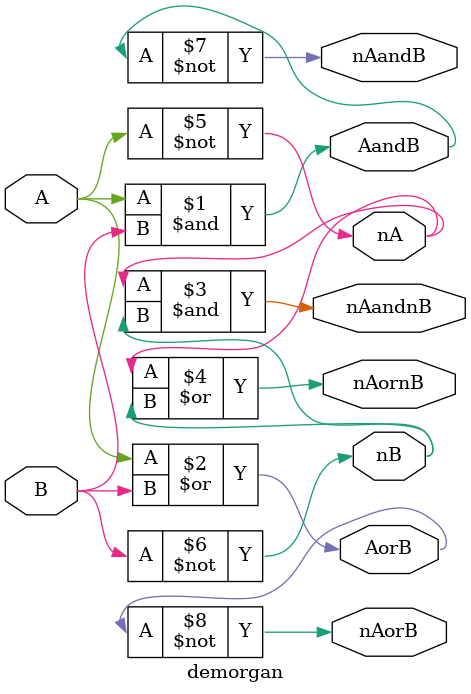
<source format=v>
module demorgan
(
	input A,
	input B,
	output nA,
	output nB,
	output AandB,
	output AorB,
	output nAandB,
	output nAorB,
	output nAandnB,
	output nAornB
);

	wire nA;
	wire nB;
	wire AandB;
	wire AorB;

	not Ainv(nA, A);
	not Binv(nB, B);

	and andgate(AandB, A, B);
	or orgate(AorB, A, B);

	not AandBinv(nAandB, AandB);
	not AorBinv(nAorB, AorB);

	and andgate(nAandnB, nA, nB);
	or orgate(nAornB, nA, nB);

endmodule
</source>
